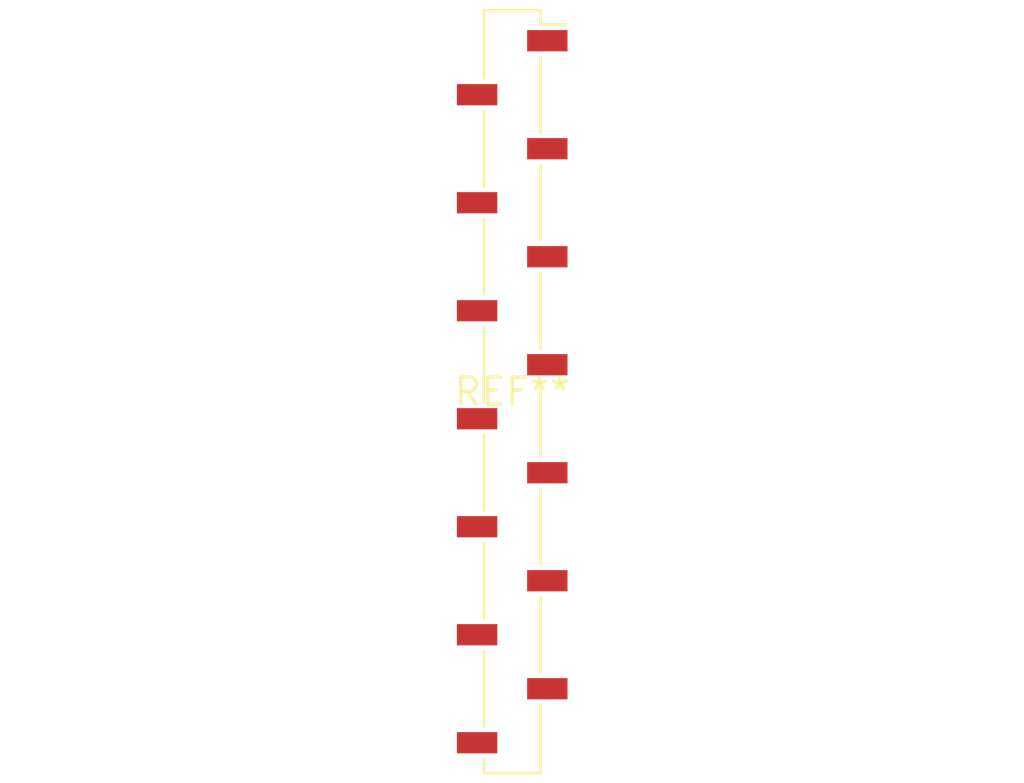
<source format=kicad_pcb>
(kicad_pcb (version 20240108) (generator pcbnew)
  (layers (0 "F.Cu" signal) (31 "B.Cu" signal) (34 "B.Paste" user) (35 "F.Paste" user) (36 "B.SilkS" user "B.Silkscreen") (37 "F.SilkS" user "F.Silkscreen") (38 "B.Mask" user) (39 "F.Mask" user) (44 "Edge.Cuts" user))
  (net 0 "")
  (footprint "PinSocket_1x14_P2.54mm_Vertical_SMD_Pin1Right" (layer "F.Cu") (at 0 0)
    (property "Reference" "REF**")
    (property "Value" "PinSocket_1x14_P2.54mm_Vertical_SMD_Pin1Right")
    (fp_line (start -1.33 -17.94) (end -1.33 -14.73) (layer "F.SilkS") (stroke (width 0.12)))
    (fp_line (start -1.33 -17.94) (end 1.33 -17.94) (layer "F.SilkS") (stroke (width 0.12)))
    (fp_line (start -1.33 -13.21) (end -1.33 -9.65) (layer "F.SilkS") (stroke (width 0.12)))
    (fp_line (start -1.33 -8.13) (end -1.33 -4.57) (layer "F.SilkS") (stroke (width 0.12)))
    (fp_line (start -1.33 -3.05) (end -1.33 0.51) (layer "F.SilkS") (stroke (width 0.12)))
    (fp_line (start -1.33 2.03) (end -1.33 5.59) (layer "F.SilkS") (stroke (width 0.12)))
    (fp_line (start -1.33 7.11) (end -1.33 10.67) (layer "F.SilkS") (stroke (width 0.12)))
    (fp_line (start -1.33 12.19) (end -1.33 15.75) (layer "F.SilkS") (stroke (width 0.12)))
    (fp_line (start -1.33 17.27) (end -1.33 17.94) (layer "F.SilkS") (stroke (width 0.12)))
    (fp_line (start -1.33 17.94) (end 1.33 17.94) (layer "F.SilkS") (stroke (width 0.12)))
    (fp_line (start 1.33 -17.94) (end 1.33 -17.27) (layer "F.SilkS") (stroke (width 0.12)))
    (fp_line (start 1.33 -17.27) (end 2.54 -17.27) (layer "F.SilkS") (stroke (width 0.12)))
    (fp_line (start 1.33 -15.75) (end 1.33 -12.19) (layer "F.SilkS") (stroke (width 0.12)))
    (fp_line (start 1.33 -10.67) (end 1.33 -7.11) (layer "F.SilkS") (stroke (width 0.12)))
    (fp_line (start 1.33 -5.59) (end 1.33 -2.03) (layer "F.SilkS") (stroke (width 0.12)))
    (fp_line (start 1.33 -0.51) (end 1.33 3.05) (layer "F.SilkS") (stroke (width 0.12)))
    (fp_line (start 1.33 4.57) (end 1.33 8.13) (layer "F.SilkS") (stroke (width 0.12)))
    (fp_line (start 1.33 9.65) (end 1.33 13.21) (layer "F.SilkS") (stroke (width 0.12)))
    (fp_line (start 1.33 14.73) (end 1.33 17.94) (layer "F.SilkS") (stroke (width 0.12)))
    (pad "1" smd rect (at 1.65 -16.51) (size 1.9 1) (layers "F.Cu" "F.Paste" "F.Mask"))
    (pad "2" smd rect (at -1.65 -13.97) (size 1.9 1) (layers "F.Cu" "F.Paste" "F.Mask"))
    (pad "3" smd rect (at 1.65 -11.43) (size 1.9 1) (layers "F.Cu" "F.Paste" "F.Mask"))
    (pad "4" smd rect (at -1.65 -8.89) (size 1.9 1) (layers "F.Cu" "F.Paste" "F.Mask"))
    (pad "5" smd rect (at 1.65 -6.35) (size 1.9 1) (layers "F.Cu" "F.Paste" "F.Mask"))
    (pad "6" smd rect (at -1.65 -3.81) (size 1.9 1) (layers "F.Cu" "F.Paste" "F.Mask"))
    (pad "7" smd rect (at 1.65 -1.27) (size 1.9 1) (layers "F.Cu" "F.Paste" "F.Mask"))
    (pad "8" smd rect (at -1.65 1.27) (size 1.9 1) (layers "F.Cu" "F.Paste" "F.Mask"))
    (pad "9" smd rect (at 1.65 3.81) (size 1.9 1) (layers "F.Cu" "F.Paste" "F.Mask"))
    (pad "10" smd rect (at -1.65 6.35) (size 1.9 1) (layers "F.Cu" "F.Paste" "F.Mask"))
    (pad "11" smd rect (at 1.65 8.89) (size 1.9 1) (layers "F.Cu" "F.Paste" "F.Mask"))
    (pad "12" smd rect (at -1.65 11.43) (size 1.9 1) (layers "F.Cu" "F.Paste" "F.Mask"))
    (pad "13" smd rect (at 1.65 13.97) (size 1.9 1) (layers "F.Cu" "F.Paste" "F.Mask"))
    (pad "14" smd rect (at -1.65 16.51) (size 1.9 1) (layers "F.Cu" "F.Paste" "F.Mask"))
  )
)
</source>
